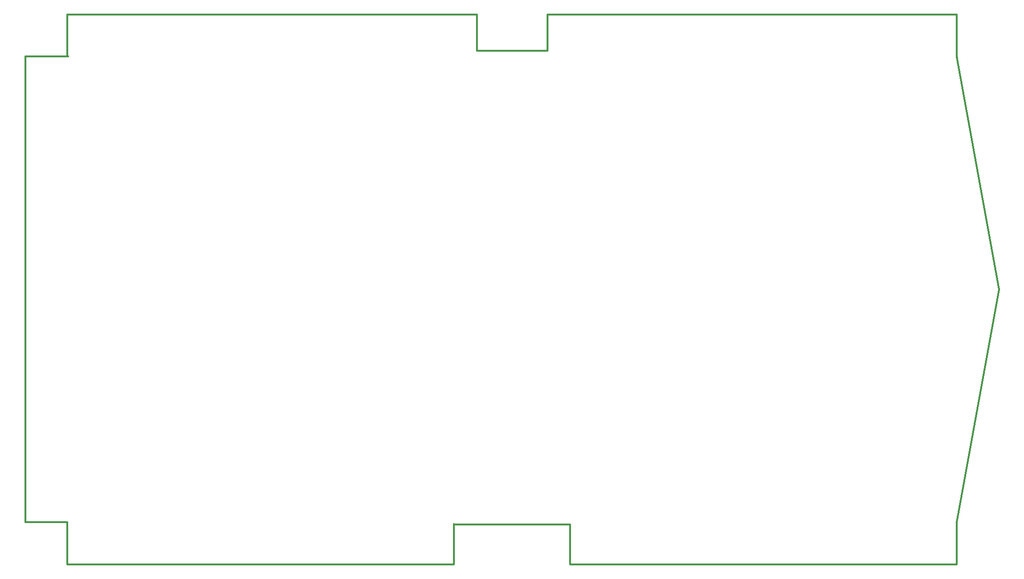
<source format=gbr>
G04 start of page 4 for group 6 idx 6 *
G04 Title: (unknown), outline *
G04 Creator: pcb 20140316 *
G04 CreationDate: Sat 22 Apr 2017 04:45:52 AM GMT UTC *
G04 For: vince *
G04 Format: Gerber/RS-274X *
G04 PCB-Dimensions (mil): 6900.00 3900.00 *
G04 PCB-Coordinate-Origin: lower left *
%MOIN*%
%FSLAX25Y25*%
%LNOUTLINE*%
%ADD63C,0.0120*%
G54D63*X0Y360000D02*Y29900D01*
X29900D01*
X0Y360100D02*X200Y360300D01*
X30300D01*
X29700Y360900D01*
Y390000D01*
X320200D01*
Y364200D01*
X320400Y364400D01*
X370100D01*
Y390000D01*
X660000D01*
Y360000D01*
X660400Y359600D01*
X660000Y30000D02*X690000Y195000D01*
X660000Y360000D01*
X29900Y29900D02*Y0D01*
X303900D01*
Y28700D01*
X304300Y28300D01*
X386200D01*
Y0D01*
X660200D01*
Y30100D01*
M02*

</source>
